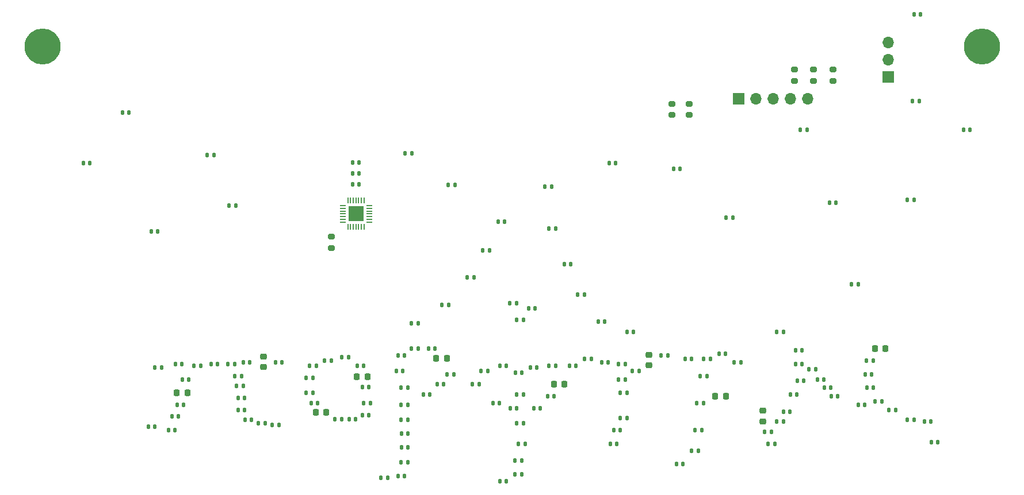
<source format=gts>
G04 #@! TF.GenerationSoftware,KiCad,Pcbnew,6.0.2+dfsg-1*
G04 #@! TF.CreationDate,2023-12-26T19:09:35+01:00*
G04 #@! TF.ProjectId,vesuvius-badge-charlie,76657375-7669-4757-932d-62616467652d,rev?*
G04 #@! TF.SameCoordinates,Original*
G04 #@! TF.FileFunction,Soldermask,Top*
G04 #@! TF.FilePolarity,Negative*
%FSLAX46Y46*%
G04 Gerber Fmt 4.6, Leading zero omitted, Abs format (unit mm)*
G04 Created by KiCad (PCBNEW 6.0.2+dfsg-1) date 2023-12-26 19:09:35*
%MOMM*%
%LPD*%
G01*
G04 APERTURE LIST*
G04 Aperture macros list*
%AMRoundRect*
0 Rectangle with rounded corners*
0 $1 Rounding radius*
0 $2 $3 $4 $5 $6 $7 $8 $9 X,Y pos of 4 corners*
0 Add a 4 corners polygon primitive as box body*
4,1,4,$2,$3,$4,$5,$6,$7,$8,$9,$2,$3,0*
0 Add four circle primitives for the rounded corners*
1,1,$1+$1,$2,$3*
1,1,$1+$1,$4,$5*
1,1,$1+$1,$6,$7*
1,1,$1+$1,$8,$9*
0 Add four rect primitives between the rounded corners*
20,1,$1+$1,$2,$3,$4,$5,0*
20,1,$1+$1,$4,$5,$6,$7,0*
20,1,$1+$1,$6,$7,$8,$9,0*
20,1,$1+$1,$8,$9,$2,$3,0*%
G04 Aperture macros list end*
%ADD10RoundRect,0.147500X-0.147500X-0.172500X0.147500X-0.172500X0.147500X0.172500X-0.147500X0.172500X0*%
%ADD11R,1.700000X1.700000*%
%ADD12O,1.700000X1.700000*%
%ADD13RoundRect,0.218750X-0.218750X-0.256250X0.218750X-0.256250X0.218750X0.256250X-0.218750X0.256250X0*%
%ADD14RoundRect,0.218750X0.256250X-0.218750X0.256250X0.218750X-0.256250X0.218750X-0.256250X-0.218750X0*%
%ADD15RoundRect,0.218750X0.218750X0.256250X-0.218750X0.256250X-0.218750X-0.256250X0.218750X-0.256250X0*%
%ADD16C,5.300000*%
%ADD17RoundRect,0.050000X-0.050000X0.362500X-0.050000X-0.362500X0.050000X-0.362500X0.050000X0.362500X0*%
%ADD18RoundRect,0.050000X-0.362500X0.050000X-0.362500X-0.050000X0.362500X-0.050000X0.362500X0.050000X0*%
%ADD19R,2.300000X2.300000*%
%ADD20RoundRect,0.147500X0.147500X0.172500X-0.147500X0.172500X-0.147500X-0.172500X0.147500X-0.172500X0*%
%ADD21RoundRect,0.200000X-0.275000X0.200000X-0.275000X-0.200000X0.275000X-0.200000X0.275000X0.200000X0*%
%ADD22RoundRect,0.140000X0.140000X0.170000X-0.140000X0.170000X-0.140000X-0.170000X0.140000X-0.170000X0*%
%ADD23RoundRect,0.200000X0.275000X-0.200000X0.275000X0.200000X-0.275000X0.200000X-0.275000X-0.200000X0*%
G04 APERTURE END LIST*
D10*
X243530000Y-55250000D03*
X244500000Y-55250000D03*
D11*
X239750000Y-64525000D03*
D12*
X239750000Y-61985000D03*
X239750000Y-59445000D03*
D11*
X217750000Y-67750000D03*
D12*
X220290000Y-67750000D03*
X222830000Y-67750000D03*
X225370000Y-67750000D03*
X227910000Y-67750000D03*
D13*
X155462500Y-114000000D03*
X157037500Y-114000000D03*
D14*
X221250000Y-115287500D03*
X221250000Y-113712500D03*
D13*
X190512500Y-109850000D03*
X192087500Y-109850000D03*
D15*
X136602500Y-111100000D03*
X135027500Y-111100000D03*
D13*
X161527500Y-108750000D03*
X163102500Y-108750000D03*
X214262500Y-111600000D03*
X215837500Y-111600000D03*
X173212500Y-106000000D03*
X174787500Y-106000000D03*
D14*
X147750000Y-107287500D03*
X147750000Y-105712500D03*
D13*
X237777500Y-104600000D03*
X239352500Y-104600000D03*
D14*
X204500000Y-107037500D03*
X204500000Y-105462500D03*
D16*
X253500000Y-60000000D03*
X115250000Y-60000000D03*
D10*
X145065000Y-115100000D03*
X146035000Y-115100000D03*
X189580000Y-111600000D03*
X190550000Y-111600000D03*
X172050000Y-104600000D03*
X173020000Y-104600000D03*
X171315000Y-111350000D03*
X172285000Y-111350000D03*
X168080000Y-119100000D03*
X169050000Y-119100000D03*
D17*
X162600000Y-82762500D03*
X162200000Y-82762500D03*
X161800000Y-82762500D03*
X161400000Y-82762500D03*
X161000000Y-82762500D03*
X160600000Y-82762500D03*
X160200000Y-82762500D03*
D18*
X159462500Y-83500000D03*
X159462500Y-83900000D03*
X159462500Y-84300000D03*
X159462500Y-84700000D03*
X159462500Y-85100000D03*
X159462500Y-85500000D03*
X159462500Y-85900000D03*
D17*
X160200000Y-86637500D03*
X160600000Y-86637500D03*
X161000000Y-86637500D03*
X161400000Y-86637500D03*
X161800000Y-86637500D03*
X162200000Y-86637500D03*
X162600000Y-86637500D03*
D18*
X163337500Y-85900000D03*
X163337500Y-85500000D03*
X163337500Y-85100000D03*
X163337500Y-84700000D03*
X163337500Y-84300000D03*
X163337500Y-83900000D03*
X163337500Y-83500000D03*
D19*
X161400000Y-84700000D03*
D20*
X140485000Y-76050000D03*
X139515000Y-76050000D03*
D10*
X149065000Y-115850000D03*
X150035000Y-115850000D03*
D21*
X207900000Y-68475000D03*
X207900000Y-70125000D03*
X210450000Y-68475000D03*
X210450000Y-70125000D03*
D10*
X198815000Y-118600000D03*
X199785000Y-118600000D03*
X236565000Y-110350000D03*
X237535000Y-110350000D03*
X217080000Y-106600000D03*
X218050000Y-106600000D03*
X184050000Y-97850000D03*
X185020000Y-97850000D03*
X225315000Y-111350000D03*
X226285000Y-111350000D03*
X197050000Y-100600000D03*
X198020000Y-100600000D03*
X160365000Y-115000000D03*
X161335000Y-115000000D03*
X239830000Y-113600000D03*
X240800000Y-113600000D03*
X214815000Y-105350000D03*
X215785000Y-105350000D03*
X201300000Y-102100000D03*
X202270000Y-102100000D03*
X223315000Y-102100000D03*
X224285000Y-102100000D03*
D20*
X135785000Y-106850000D03*
X134815000Y-106850000D03*
D10*
X184815000Y-121100000D03*
X185785000Y-121100000D03*
X143565000Y-108600000D03*
X144535000Y-108600000D03*
X199315000Y-116600000D03*
X200285000Y-116600000D03*
X185330000Y-118600000D03*
X186300000Y-118600000D03*
X189230000Y-80650000D03*
X190200000Y-80650000D03*
X180065000Y-90100000D03*
X181035000Y-90100000D03*
X192815000Y-107100000D03*
X193785000Y-107100000D03*
X127015000Y-69750000D03*
X127985000Y-69750000D03*
X200050000Y-109100000D03*
X201020000Y-109100000D03*
X235315000Y-112850000D03*
X236285000Y-112850000D03*
X174050000Y-98100000D03*
X175020000Y-98100000D03*
X242565000Y-82600000D03*
X243535000Y-82600000D03*
X208550000Y-121600000D03*
X209520000Y-121600000D03*
X184830000Y-108100000D03*
X185800000Y-108100000D03*
X231065000Y-83100000D03*
X232035000Y-83100000D03*
X147065000Y-115600000D03*
X148035000Y-115600000D03*
D20*
X163285000Y-110250000D03*
X162315000Y-110250000D03*
X135285000Y-114600000D03*
X134315000Y-114600000D03*
D10*
X222065000Y-118600000D03*
X223035000Y-118600000D03*
X231315000Y-111600000D03*
X232285000Y-111600000D03*
X182315000Y-85850000D03*
X183285000Y-85850000D03*
D22*
X161880000Y-77100000D03*
X160920000Y-77100000D03*
D10*
X187565000Y-113350000D03*
X188535000Y-113350000D03*
X209815000Y-106100000D03*
X210785000Y-106100000D03*
D20*
X132235000Y-87300000D03*
X131265000Y-87300000D03*
D10*
X156800000Y-106350000D03*
X157770000Y-106350000D03*
X158315000Y-115000000D03*
X159285000Y-115000000D03*
X245065000Y-115350000D03*
X246035000Y-115350000D03*
X229300000Y-109100000D03*
X230270000Y-109100000D03*
X186815000Y-98600000D03*
X187785000Y-98600000D03*
X200050000Y-106850000D03*
X201020000Y-106850000D03*
X200315000Y-114850000D03*
X201285000Y-114850000D03*
X144065000Y-113600000D03*
X145035000Y-113600000D03*
D20*
X136035000Y-112850000D03*
X135065000Y-112850000D03*
D10*
X144050000Y-111850000D03*
X145020000Y-111850000D03*
X173315000Y-109850000D03*
X174285000Y-109850000D03*
X169565000Y-100850000D03*
X170535000Y-100850000D03*
X221550000Y-116850000D03*
X222520000Y-116850000D03*
X161565000Y-107100000D03*
X162535000Y-107100000D03*
X206315000Y-105600000D03*
X207285000Y-105600000D03*
X211300000Y-116600000D03*
X212270000Y-116600000D03*
X162315000Y-114350000D03*
X163285000Y-114350000D03*
X182565000Y-107100000D03*
X183535000Y-107100000D03*
X208115000Y-78050000D03*
X209085000Y-78050000D03*
X167565000Y-105600000D03*
X168535000Y-105600000D03*
X140065000Y-106850000D03*
X141035000Y-106850000D03*
X162550000Y-112600000D03*
X163520000Y-112600000D03*
X243300000Y-68100000D03*
X244270000Y-68100000D03*
X184800000Y-123100000D03*
X185770000Y-123100000D03*
X194050000Y-96600000D03*
X195020000Y-96600000D03*
X226815000Y-72350000D03*
X227785000Y-72350000D03*
X195050000Y-106100000D03*
X196020000Y-106100000D03*
D20*
X121265000Y-77250000D03*
X122235000Y-77250000D03*
D10*
X230330000Y-110350000D03*
X231300000Y-110350000D03*
D20*
X131785000Y-116100000D03*
X130815000Y-116100000D03*
D22*
X161880000Y-78725000D03*
X160920000Y-78725000D03*
D10*
X226065000Y-106850000D03*
X227035000Y-106850000D03*
X168050000Y-112850000D03*
X169020000Y-112850000D03*
X184080000Y-113350000D03*
X185050000Y-113350000D03*
D23*
X231600000Y-65087500D03*
X231600000Y-63437500D03*
D10*
X167565000Y-123350000D03*
X168535000Y-123350000D03*
X154065000Y-111100000D03*
X155035000Y-111100000D03*
X168050000Y-121350000D03*
X169020000Y-121350000D03*
X187050000Y-107350000D03*
X188020000Y-107350000D03*
X198665000Y-77250000D03*
X199635000Y-77250000D03*
X143815000Y-110100000D03*
X144785000Y-110100000D03*
X246065000Y-118350000D03*
X247035000Y-118350000D03*
X236315000Y-108350000D03*
X237285000Y-108350000D03*
X226065000Y-104850000D03*
X227035000Y-104850000D03*
X174982500Y-80450000D03*
X175952500Y-80450000D03*
X185080000Y-115600000D03*
X186050000Y-115600000D03*
X224300000Y-113850000D03*
X225270000Y-113850000D03*
X154065000Y-108850000D03*
X155035000Y-108850000D03*
X236550000Y-106350000D03*
X237520000Y-106350000D03*
D22*
X161880000Y-80350000D03*
X160920000Y-80350000D03*
D20*
X169035000Y-115100000D03*
X168065000Y-115100000D03*
D10*
X242565000Y-115100000D03*
X243535000Y-115100000D03*
X177800000Y-94100000D03*
X178770000Y-94100000D03*
X250830000Y-72350000D03*
X251800000Y-72350000D03*
D20*
X136800000Y-109100000D03*
X135830000Y-109100000D03*
D10*
X168050000Y-110350000D03*
X169020000Y-110350000D03*
X212065000Y-108600000D03*
X213035000Y-108600000D03*
X192065000Y-92100000D03*
X193035000Y-92100000D03*
X182565000Y-124100000D03*
X183535000Y-124100000D03*
X167315000Y-107850000D03*
X168285000Y-107850000D03*
X159330000Y-105850000D03*
X160300000Y-105850000D03*
X181565000Y-112600000D03*
X182535000Y-112600000D03*
D21*
X157750000Y-88100000D03*
X157750000Y-89750000D03*
D10*
X154815000Y-112600000D03*
X155785000Y-112600000D03*
X169565000Y-104600000D03*
X170535000Y-104600000D03*
X200300000Y-111100000D03*
X201270000Y-111100000D03*
X226330000Y-109350000D03*
X227300000Y-109350000D03*
X154565000Y-107100000D03*
X155535000Y-107100000D03*
X215880000Y-85300000D03*
X216850000Y-85300000D03*
X178550000Y-109850000D03*
X179520000Y-109850000D03*
X234330000Y-95100000D03*
X235300000Y-95100000D03*
X174815000Y-108350000D03*
X175785000Y-108350000D03*
X228065000Y-107600000D03*
X229035000Y-107600000D03*
D20*
X143685000Y-83450000D03*
X142715000Y-83450000D03*
D10*
X179815000Y-107850000D03*
X180785000Y-107850000D03*
X144815000Y-106600000D03*
X145785000Y-106600000D03*
X223315000Y-115350000D03*
X224285000Y-115350000D03*
D23*
X228750000Y-65087500D03*
X228750000Y-63437500D03*
D20*
X134785000Y-116600000D03*
X133815000Y-116600000D03*
D23*
X225900000Y-65087500D03*
X225900000Y-63437500D03*
D10*
X189815000Y-86850000D03*
X190785000Y-86850000D03*
X202080000Y-107850000D03*
X203050000Y-107850000D03*
X212565000Y-106100000D03*
X213535000Y-106100000D03*
X197565000Y-106600000D03*
X198535000Y-106600000D03*
X149550000Y-106600000D03*
X150520000Y-106600000D03*
X168080000Y-117100000D03*
X169050000Y-117100000D03*
X185065000Y-100350000D03*
X186035000Y-100350000D03*
X185065000Y-111350000D03*
X186035000Y-111350000D03*
X237830000Y-112350000D03*
X238800000Y-112350000D03*
D20*
X132785000Y-107350000D03*
X131815000Y-107350000D03*
D10*
X137550000Y-107100000D03*
X138520000Y-107100000D03*
X210815000Y-119600000D03*
X211785000Y-119600000D03*
X165080000Y-123600000D03*
X166050000Y-123600000D03*
X189815000Y-107100000D03*
X190785000Y-107100000D03*
X211565000Y-112600000D03*
X212535000Y-112600000D03*
X168630000Y-75750000D03*
X169600000Y-75750000D03*
X142565000Y-106850000D03*
X143535000Y-106850000D03*
M02*

</source>
